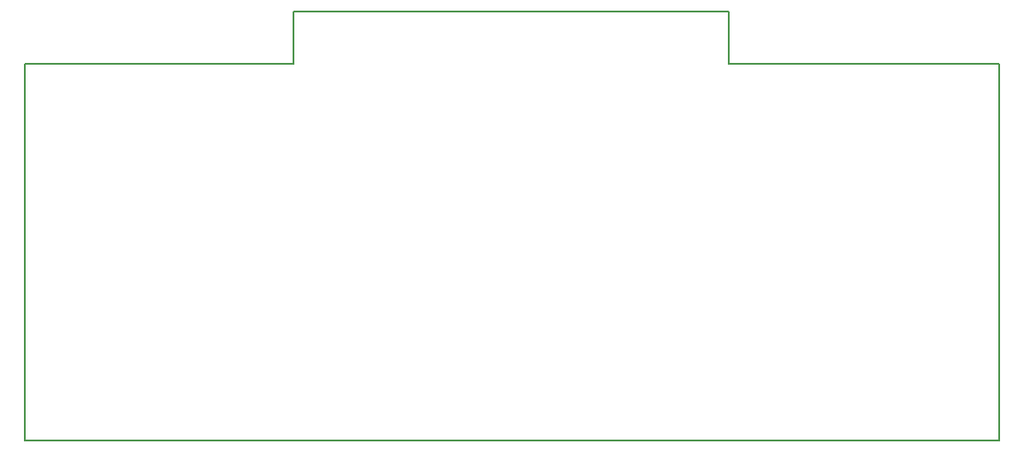
<source format=gbr>
G04 DipTrace 2.3.1.0*
%INBoardOutline.gbr*%
%MOIN*%
%ADD11C,0.0055*%
%FSLAX44Y44*%
G04*
G70*
G90*
G75*
G01*
%LNBoardOutline*%
%LPD*%
X3937Y3937D2*
D11*
Y18110D1*
X14030D1*
Y20079D1*
X30407D1*
Y18110D1*
X40551D1*
Y3937D1*
X3937D1*
M02*

</source>
